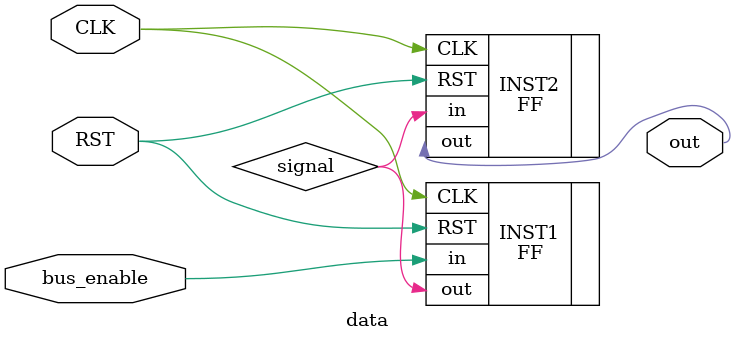
<source format=v>

module data(
  input CLK,RST,
  input bus_enable,
  output wire out
  );
  
wire signal;

FF INST1(
.CLK(CLK),
.RST(RST),
.in(bus_enable),
.out(signal)
);

FF INST2(
.CLK(CLK),
.RST(RST),
.in(signal),
.out(out)
);

endmodule

</source>
